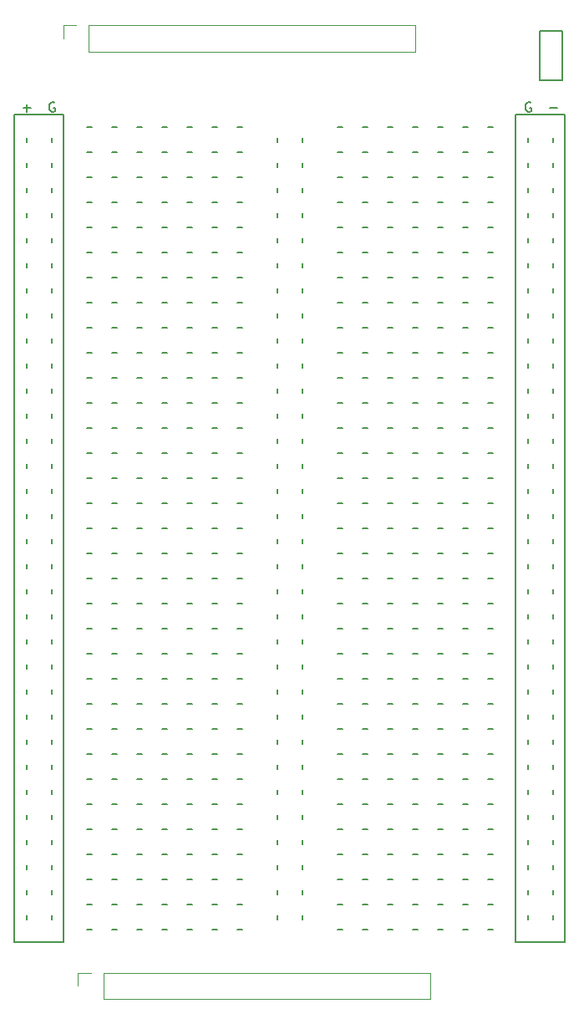
<source format=gbr>
%TF.GenerationSoftware,KiCad,Pcbnew,(6.0.8-1)-1*%
%TF.CreationDate,2023-02-02T10:16:17-05:00*%
%TF.ProjectId,protopcb,70726f74-6f70-4636-922e-6b696361645f,rev?*%
%TF.SameCoordinates,Original*%
%TF.FileFunction,Legend,Top*%
%TF.FilePolarity,Positive*%
%FSLAX46Y46*%
G04 Gerber Fmt 4.6, Leading zero omitted, Abs format (unit mm)*
G04 Created by KiCad (PCBNEW (6.0.8-1)-1) date 2023-02-02 10:16:17*
%MOMM*%
%LPD*%
G01*
G04 APERTURE LIST*
%ADD10C,0.150000*%
%ADD11C,0.120000*%
G04 APERTURE END LIST*
D10*
X94000000Y-32250000D02*
X96250000Y-32250000D01*
X96250000Y-32250000D02*
X96250000Y-37250000D01*
X96250000Y-37250000D02*
X94000000Y-37250000D01*
X94000000Y-37250000D02*
X94000000Y-32250000D01*
X44540000Y-121790000D02*
X44540000Y-122290000D01*
X42000000Y-121790000D02*
X42000000Y-122290000D01*
X44540000Y-119250000D02*
X44540000Y-119750000D01*
X42000000Y-119250000D02*
X42000000Y-119750000D01*
X44540000Y-116710000D02*
X44540000Y-117210000D01*
X42000000Y-116710000D02*
X42000000Y-117210000D01*
X44540000Y-114170000D02*
X44540000Y-114670000D01*
X42000000Y-114170000D02*
X42000000Y-114670000D01*
X44540000Y-111630000D02*
X44540000Y-112130000D01*
X42000000Y-111630000D02*
X42000000Y-112130000D01*
X44540000Y-109090000D02*
X44540000Y-109590000D01*
X42000000Y-109090000D02*
X42000000Y-109590000D01*
X44540000Y-106550000D02*
X44540000Y-107050000D01*
X42000000Y-106550000D02*
X42000000Y-107050000D01*
X44540000Y-104010000D02*
X44540000Y-104510000D01*
X42000000Y-104010000D02*
X42000000Y-104510000D01*
X44540000Y-101470000D02*
X44540000Y-101970000D01*
X42000000Y-101470000D02*
X42000000Y-101970000D01*
X44540000Y-98930000D02*
X44540000Y-99430000D01*
X42000000Y-98930000D02*
X42000000Y-99430000D01*
X44540000Y-96390000D02*
X44540000Y-96890000D01*
X42000000Y-96390000D02*
X42000000Y-96890000D01*
X44540000Y-93850000D02*
X44540000Y-94350000D01*
X42000000Y-93850000D02*
X42000000Y-94350000D01*
X44540000Y-91310000D02*
X44540000Y-91810000D01*
X42000000Y-91310000D02*
X42000000Y-91810000D01*
X44540000Y-88770000D02*
X44540000Y-89270000D01*
X42000000Y-88770000D02*
X42000000Y-89270000D01*
X44540000Y-86230000D02*
X44540000Y-86730000D01*
X42000000Y-86230000D02*
X42000000Y-86730000D01*
X44540000Y-83690000D02*
X44540000Y-84190000D01*
X42000000Y-83690000D02*
X42000000Y-84190000D01*
X44540000Y-81150000D02*
X44540000Y-81650000D01*
X42000000Y-81150000D02*
X42000000Y-81650000D01*
X44540000Y-78610000D02*
X44540000Y-79110000D01*
X42000000Y-78610000D02*
X42000000Y-79110000D01*
X44540000Y-76070000D02*
X44540000Y-76570000D01*
X42000000Y-76070000D02*
X42000000Y-76570000D01*
X44540000Y-73530000D02*
X44540000Y-74030000D01*
X42000000Y-73530000D02*
X42000000Y-74030000D01*
X44540000Y-70990000D02*
X44540000Y-71490000D01*
X42000000Y-70990000D02*
X42000000Y-71490000D01*
X44540000Y-68450000D02*
X44540000Y-68950000D01*
X42000000Y-68450000D02*
X42000000Y-68950000D01*
X44540000Y-65910000D02*
X44540000Y-66410000D01*
X42000000Y-65910000D02*
X42000000Y-66410000D01*
X44540000Y-63370000D02*
X44540000Y-63870000D01*
X42000000Y-63370000D02*
X42000000Y-63870000D01*
X44540000Y-60830000D02*
X44540000Y-61330000D01*
X42000000Y-60830000D02*
X42000000Y-61330000D01*
X44540000Y-58290000D02*
X44540000Y-58790000D01*
X42000000Y-58290000D02*
X42000000Y-58790000D01*
X44540000Y-55750000D02*
X44540000Y-56250000D01*
X42000000Y-55750000D02*
X42000000Y-56250000D01*
X44540000Y-53210000D02*
X44540000Y-53710000D01*
X42000000Y-53210000D02*
X42000000Y-53710000D01*
X44540000Y-50670000D02*
X44540000Y-51170000D01*
X42000000Y-50670000D02*
X42000000Y-51170000D01*
X44540000Y-48130000D02*
X44540000Y-48630000D01*
X42000000Y-48130000D02*
X42000000Y-48630000D01*
X44540000Y-45590000D02*
X44540000Y-46090000D01*
X42000000Y-45590000D02*
X42000000Y-46090000D01*
X44540000Y-43050000D02*
X44540000Y-43550000D01*
X42000000Y-43050000D02*
X42000000Y-43550000D01*
X95290000Y-121790000D02*
X95290000Y-122290000D01*
X92750000Y-121790000D02*
X92750000Y-122290000D01*
X95290000Y-119250000D02*
X95290000Y-119750000D01*
X92750000Y-119250000D02*
X92750000Y-119750000D01*
X95290000Y-116710000D02*
X95290000Y-117210000D01*
X92750000Y-116710000D02*
X92750000Y-117210000D01*
X95290000Y-114170000D02*
X95290000Y-114670000D01*
X92750000Y-114170000D02*
X92750000Y-114670000D01*
X95290000Y-111630000D02*
X95290000Y-112130000D01*
X92750000Y-111630000D02*
X92750000Y-112130000D01*
X95290000Y-109090000D02*
X95290000Y-109590000D01*
X92750000Y-109090000D02*
X92750000Y-109590000D01*
X95290000Y-106550000D02*
X95290000Y-107050000D01*
X92750000Y-106550000D02*
X92750000Y-107050000D01*
X95290000Y-104010000D02*
X95290000Y-104510000D01*
X92750000Y-104010000D02*
X92750000Y-104510000D01*
X95290000Y-101470000D02*
X95290000Y-101970000D01*
X92750000Y-101470000D02*
X92750000Y-101970000D01*
X95290000Y-98930000D02*
X95290000Y-99430000D01*
X92750000Y-98930000D02*
X92750000Y-99430000D01*
X95290000Y-96390000D02*
X95290000Y-96890000D01*
X92750000Y-96390000D02*
X92750000Y-96890000D01*
X95290000Y-93850000D02*
X95290000Y-94350000D01*
X92750000Y-93850000D02*
X92750000Y-94350000D01*
X95290000Y-91310000D02*
X95290000Y-91810000D01*
X92750000Y-91310000D02*
X92750000Y-91810000D01*
X95290000Y-88770000D02*
X95290000Y-89270000D01*
X92750000Y-88770000D02*
X92750000Y-89270000D01*
X95290000Y-86230000D02*
X95290000Y-86730000D01*
X92750000Y-86230000D02*
X92750000Y-86730000D01*
X95290000Y-83690000D02*
X95290000Y-84190000D01*
X92750000Y-83690000D02*
X92750000Y-84190000D01*
X95290000Y-81150000D02*
X95290000Y-81650000D01*
X92750000Y-81150000D02*
X92750000Y-81650000D01*
X95290000Y-78610000D02*
X95290000Y-79110000D01*
X92750000Y-78610000D02*
X92750000Y-79110000D01*
X95290000Y-76070000D02*
X95290000Y-76570000D01*
X92750000Y-76070000D02*
X92750000Y-76570000D01*
X95290000Y-73530000D02*
X95290000Y-74030000D01*
X92750000Y-73530000D02*
X92750000Y-74030000D01*
X95290000Y-70990000D02*
X95290000Y-71490000D01*
X92750000Y-70990000D02*
X92750000Y-71490000D01*
X95290000Y-68450000D02*
X95290000Y-68950000D01*
X92750000Y-68450000D02*
X92750000Y-68950000D01*
X95290000Y-65910000D02*
X95290000Y-66410000D01*
X92750000Y-65910000D02*
X92750000Y-66410000D01*
X95290000Y-63370000D02*
X95290000Y-63870000D01*
X92750000Y-63370000D02*
X92750000Y-63870000D01*
X95290000Y-60830000D02*
X95290000Y-61330000D01*
X92750000Y-60830000D02*
X92750000Y-61330000D01*
X95290000Y-58290000D02*
X95290000Y-58790000D01*
X92750000Y-58290000D02*
X92750000Y-58790000D01*
X95290000Y-55750000D02*
X95290000Y-56250000D01*
X92750000Y-55750000D02*
X92750000Y-56250000D01*
X95290000Y-53210000D02*
X95290000Y-53710000D01*
X92750000Y-53210000D02*
X92750000Y-53710000D01*
X95290000Y-50670000D02*
X95290000Y-51170000D01*
X92750000Y-50670000D02*
X92750000Y-51170000D01*
X95290000Y-48130000D02*
X95290000Y-48630000D01*
X92750000Y-48130000D02*
X92750000Y-48630000D01*
X95290000Y-45590000D02*
X95290000Y-46090000D01*
X92750000Y-45590000D02*
X92750000Y-46090000D01*
X95290000Y-43050000D02*
X95290000Y-43550000D01*
X92750000Y-43050000D02*
X92750000Y-43550000D01*
X69940000Y-121790000D02*
X69940000Y-122290000D01*
X67400000Y-121790000D02*
X67400000Y-122290000D01*
X69940000Y-119250000D02*
X69940000Y-119750000D01*
X67400000Y-119250000D02*
X67400000Y-119750000D01*
X69940000Y-116710000D02*
X69940000Y-117210000D01*
X67400000Y-116710000D02*
X67400000Y-117210000D01*
X69940000Y-114170000D02*
X69940000Y-114670000D01*
X67400000Y-114170000D02*
X67400000Y-114670000D01*
X69940000Y-111630000D02*
X69940000Y-112130000D01*
X67400000Y-111630000D02*
X67400000Y-112130000D01*
X69940000Y-109090000D02*
X69940000Y-109590000D01*
X67400000Y-109090000D02*
X67400000Y-109590000D01*
X69940000Y-106550000D02*
X69940000Y-107050000D01*
X67400000Y-106550000D02*
X67400000Y-107050000D01*
X69940000Y-104010000D02*
X69940000Y-104510000D01*
X67400000Y-104010000D02*
X67400000Y-104510000D01*
X69940000Y-101470000D02*
X69940000Y-101970000D01*
X67400000Y-101470000D02*
X67400000Y-101970000D01*
X69940000Y-98930000D02*
X69940000Y-99430000D01*
X67400000Y-98930000D02*
X67400000Y-99430000D01*
X69940000Y-96390000D02*
X69940000Y-96890000D01*
X67400000Y-96390000D02*
X67400000Y-96890000D01*
X69940000Y-93850000D02*
X69940000Y-94350000D01*
X67400000Y-93850000D02*
X67400000Y-94350000D01*
X69940000Y-91310000D02*
X69940000Y-91810000D01*
X67400000Y-91310000D02*
X67400000Y-91810000D01*
X69940000Y-88770000D02*
X69940000Y-89270000D01*
X67400000Y-88770000D02*
X67400000Y-89270000D01*
X69940000Y-86230000D02*
X69940000Y-86730000D01*
X67400000Y-86230000D02*
X67400000Y-86730000D01*
X69940000Y-83690000D02*
X69940000Y-84190000D01*
X67400000Y-83690000D02*
X67400000Y-84190000D01*
X69940000Y-81150000D02*
X69940000Y-81650000D01*
X67400000Y-81150000D02*
X67400000Y-81650000D01*
X69940000Y-78610000D02*
X69940000Y-79110000D01*
X67400000Y-78610000D02*
X67400000Y-79110000D01*
X69940000Y-76070000D02*
X69940000Y-76570000D01*
X67400000Y-76070000D02*
X67400000Y-76570000D01*
X69940000Y-73530000D02*
X69940000Y-74030000D01*
X67400000Y-73530000D02*
X67400000Y-74030000D01*
X69940000Y-70990000D02*
X69940000Y-71490000D01*
X67400000Y-70990000D02*
X67400000Y-71490000D01*
X69940000Y-68450000D02*
X69940000Y-68950000D01*
X67400000Y-68450000D02*
X67400000Y-68950000D01*
X69940000Y-65910000D02*
X69940000Y-66410000D01*
X67400000Y-65910000D02*
X67400000Y-66410000D01*
X69940000Y-63370000D02*
X69940000Y-63870000D01*
X67400000Y-63370000D02*
X67400000Y-63870000D01*
X69940000Y-60830000D02*
X69940000Y-61330000D01*
X67400000Y-60830000D02*
X67400000Y-61330000D01*
X69940000Y-58290000D02*
X69940000Y-58790000D01*
X67400000Y-58290000D02*
X67400000Y-58790000D01*
X69940000Y-55750000D02*
X69940000Y-56250000D01*
X67400000Y-55750000D02*
X67400000Y-56250000D01*
X69940000Y-53210000D02*
X69940000Y-53710000D01*
X67400000Y-53210000D02*
X67400000Y-53710000D01*
X69940000Y-50670000D02*
X69940000Y-51170000D01*
X67400000Y-50670000D02*
X67400000Y-51170000D01*
X69940000Y-48130000D02*
X69940000Y-48630000D01*
X67400000Y-48130000D02*
X67400000Y-48630000D01*
X69940000Y-45590000D02*
X69940000Y-46090000D01*
X67400000Y-45590000D02*
X67400000Y-46090000D01*
X69940000Y-43050000D02*
X69940000Y-43550000D01*
X67400000Y-43050000D02*
X67400000Y-43550000D01*
X88740000Y-123280000D02*
X89240000Y-123280000D01*
X86200000Y-123280000D02*
X86700000Y-123280000D01*
X83660000Y-123280000D02*
X84160000Y-123280000D01*
X81120000Y-123280000D02*
X81620000Y-123280000D01*
X78580000Y-123280000D02*
X79080000Y-123280000D01*
X76040000Y-123280000D02*
X76540000Y-123280000D01*
X73500000Y-123280000D02*
X74000000Y-123280000D01*
X88740000Y-120740000D02*
X89240000Y-120740000D01*
X86200000Y-120740000D02*
X86700000Y-120740000D01*
X83660000Y-120740000D02*
X84160000Y-120740000D01*
X81120000Y-120740000D02*
X81620000Y-120740000D01*
X78580000Y-120740000D02*
X79080000Y-120740000D01*
X76040000Y-120740000D02*
X76540000Y-120740000D01*
X73500000Y-120740000D02*
X74000000Y-120740000D01*
X88740000Y-118200000D02*
X89240000Y-118200000D01*
X86200000Y-118200000D02*
X86700000Y-118200000D01*
X83660000Y-118200000D02*
X84160000Y-118200000D01*
X81120000Y-118200000D02*
X81620000Y-118200000D01*
X78580000Y-118200000D02*
X79080000Y-118200000D01*
X76040000Y-118200000D02*
X76540000Y-118200000D01*
X73500000Y-118200000D02*
X74000000Y-118200000D01*
X88740000Y-115660000D02*
X89240000Y-115660000D01*
X86200000Y-115660000D02*
X86700000Y-115660000D01*
X83660000Y-115660000D02*
X84160000Y-115660000D01*
X81120000Y-115660000D02*
X81620000Y-115660000D01*
X78580000Y-115660000D02*
X79080000Y-115660000D01*
X76040000Y-115660000D02*
X76540000Y-115660000D01*
X73500000Y-115660000D02*
X74000000Y-115660000D01*
X88740000Y-113120000D02*
X89240000Y-113120000D01*
X86200000Y-113120000D02*
X86700000Y-113120000D01*
X83660000Y-113120000D02*
X84160000Y-113120000D01*
X81120000Y-113120000D02*
X81620000Y-113120000D01*
X78580000Y-113120000D02*
X79080000Y-113120000D01*
X76040000Y-113120000D02*
X76540000Y-113120000D01*
X73500000Y-113120000D02*
X74000000Y-113120000D01*
X88740000Y-110580000D02*
X89240000Y-110580000D01*
X86200000Y-110580000D02*
X86700000Y-110580000D01*
X83660000Y-110580000D02*
X84160000Y-110580000D01*
X81120000Y-110580000D02*
X81620000Y-110580000D01*
X78580000Y-110580000D02*
X79080000Y-110580000D01*
X76040000Y-110580000D02*
X76540000Y-110580000D01*
X73500000Y-110580000D02*
X74000000Y-110580000D01*
X88740000Y-108040000D02*
X89240000Y-108040000D01*
X86200000Y-108040000D02*
X86700000Y-108040000D01*
X83660000Y-108040000D02*
X84160000Y-108040000D01*
X81120000Y-108040000D02*
X81620000Y-108040000D01*
X78580000Y-108040000D02*
X79080000Y-108040000D01*
X76040000Y-108040000D02*
X76540000Y-108040000D01*
X73500000Y-108040000D02*
X74000000Y-108040000D01*
X88740000Y-105500000D02*
X89240000Y-105500000D01*
X86200000Y-105500000D02*
X86700000Y-105500000D01*
X83660000Y-105500000D02*
X84160000Y-105500000D01*
X81120000Y-105500000D02*
X81620000Y-105500000D01*
X78580000Y-105500000D02*
X79080000Y-105500000D01*
X76040000Y-105500000D02*
X76540000Y-105500000D01*
X73500000Y-105500000D02*
X74000000Y-105500000D01*
X88740000Y-102960000D02*
X89240000Y-102960000D01*
X86200000Y-102960000D02*
X86700000Y-102960000D01*
X83660000Y-102960000D02*
X84160000Y-102960000D01*
X81120000Y-102960000D02*
X81620000Y-102960000D01*
X78580000Y-102960000D02*
X79080000Y-102960000D01*
X76040000Y-102960000D02*
X76540000Y-102960000D01*
X73500000Y-102960000D02*
X74000000Y-102960000D01*
X88740000Y-100420000D02*
X89240000Y-100420000D01*
X86200000Y-100420000D02*
X86700000Y-100420000D01*
X83660000Y-100420000D02*
X84160000Y-100420000D01*
X81120000Y-100420000D02*
X81620000Y-100420000D01*
X78580000Y-100420000D02*
X79080000Y-100420000D01*
X76040000Y-100420000D02*
X76540000Y-100420000D01*
X73500000Y-100420000D02*
X74000000Y-100420000D01*
X88740000Y-97880000D02*
X89240000Y-97880000D01*
X86200000Y-97880000D02*
X86700000Y-97880000D01*
X83660000Y-97880000D02*
X84160000Y-97880000D01*
X81120000Y-97880000D02*
X81620000Y-97880000D01*
X78580000Y-97880000D02*
X79080000Y-97880000D01*
X76040000Y-97880000D02*
X76540000Y-97880000D01*
X73500000Y-97880000D02*
X74000000Y-97880000D01*
X88740000Y-95340000D02*
X89240000Y-95340000D01*
X86200000Y-95340000D02*
X86700000Y-95340000D01*
X83660000Y-95340000D02*
X84160000Y-95340000D01*
X81120000Y-95340000D02*
X81620000Y-95340000D01*
X78580000Y-95340000D02*
X79080000Y-95340000D01*
X76040000Y-95340000D02*
X76540000Y-95340000D01*
X73500000Y-95340000D02*
X74000000Y-95340000D01*
X88740000Y-92800000D02*
X89240000Y-92800000D01*
X86200000Y-92800000D02*
X86700000Y-92800000D01*
X83660000Y-92800000D02*
X84160000Y-92800000D01*
X81120000Y-92800000D02*
X81620000Y-92800000D01*
X78580000Y-92800000D02*
X79080000Y-92800000D01*
X76040000Y-92800000D02*
X76540000Y-92800000D01*
X73500000Y-92800000D02*
X74000000Y-92800000D01*
X88740000Y-90260000D02*
X89240000Y-90260000D01*
X86200000Y-90260000D02*
X86700000Y-90260000D01*
X83660000Y-90260000D02*
X84160000Y-90260000D01*
X81120000Y-90260000D02*
X81620000Y-90260000D01*
X78580000Y-90260000D02*
X79080000Y-90260000D01*
X76040000Y-90260000D02*
X76540000Y-90260000D01*
X73500000Y-90260000D02*
X74000000Y-90260000D01*
X88740000Y-87720000D02*
X89240000Y-87720000D01*
X86200000Y-87720000D02*
X86700000Y-87720000D01*
X83660000Y-87720000D02*
X84160000Y-87720000D01*
X81120000Y-87720000D02*
X81620000Y-87720000D01*
X78580000Y-87720000D02*
X79080000Y-87720000D01*
X76040000Y-87720000D02*
X76540000Y-87720000D01*
X73500000Y-87720000D02*
X74000000Y-87720000D01*
X88740000Y-85180000D02*
X89240000Y-85180000D01*
X86200000Y-85180000D02*
X86700000Y-85180000D01*
X83660000Y-85180000D02*
X84160000Y-85180000D01*
X81120000Y-85180000D02*
X81620000Y-85180000D01*
X78580000Y-85180000D02*
X79080000Y-85180000D01*
X76040000Y-85180000D02*
X76540000Y-85180000D01*
X73500000Y-85180000D02*
X74000000Y-85180000D01*
X88740000Y-82640000D02*
X89240000Y-82640000D01*
X86200000Y-82640000D02*
X86700000Y-82640000D01*
X83660000Y-82640000D02*
X84160000Y-82640000D01*
X81120000Y-82640000D02*
X81620000Y-82640000D01*
X78580000Y-82640000D02*
X79080000Y-82640000D01*
X76040000Y-82640000D02*
X76540000Y-82640000D01*
X73500000Y-82640000D02*
X74000000Y-82640000D01*
X88740000Y-80100000D02*
X89240000Y-80100000D01*
X86200000Y-80100000D02*
X86700000Y-80100000D01*
X83660000Y-80100000D02*
X84160000Y-80100000D01*
X81120000Y-80100000D02*
X81620000Y-80100000D01*
X78580000Y-80100000D02*
X79080000Y-80100000D01*
X76040000Y-80100000D02*
X76540000Y-80100000D01*
X73500000Y-80100000D02*
X74000000Y-80100000D01*
X88740000Y-77560000D02*
X89240000Y-77560000D01*
X86200000Y-77560000D02*
X86700000Y-77560000D01*
X83660000Y-77560000D02*
X84160000Y-77560000D01*
X81120000Y-77560000D02*
X81620000Y-77560000D01*
X78580000Y-77560000D02*
X79080000Y-77560000D01*
X76040000Y-77560000D02*
X76540000Y-77560000D01*
X73500000Y-77560000D02*
X74000000Y-77560000D01*
X88740000Y-75020000D02*
X89240000Y-75020000D01*
X86200000Y-75020000D02*
X86700000Y-75020000D01*
X83660000Y-75020000D02*
X84160000Y-75020000D01*
X81120000Y-75020000D02*
X81620000Y-75020000D01*
X78580000Y-75020000D02*
X79080000Y-75020000D01*
X76040000Y-75020000D02*
X76540000Y-75020000D01*
X73500000Y-75020000D02*
X74000000Y-75020000D01*
X88740000Y-72480000D02*
X89240000Y-72480000D01*
X86200000Y-72480000D02*
X86700000Y-72480000D01*
X83660000Y-72480000D02*
X84160000Y-72480000D01*
X81120000Y-72480000D02*
X81620000Y-72480000D01*
X78580000Y-72480000D02*
X79080000Y-72480000D01*
X76040000Y-72480000D02*
X76540000Y-72480000D01*
X73500000Y-72480000D02*
X74000000Y-72480000D01*
X88740000Y-69940000D02*
X89240000Y-69940000D01*
X86200000Y-69940000D02*
X86700000Y-69940000D01*
X83660000Y-69940000D02*
X84160000Y-69940000D01*
X81120000Y-69940000D02*
X81620000Y-69940000D01*
X78580000Y-69940000D02*
X79080000Y-69940000D01*
X76040000Y-69940000D02*
X76540000Y-69940000D01*
X73500000Y-69940000D02*
X74000000Y-69940000D01*
X88740000Y-67400000D02*
X89240000Y-67400000D01*
X86200000Y-67400000D02*
X86700000Y-67400000D01*
X83660000Y-67400000D02*
X84160000Y-67400000D01*
X81120000Y-67400000D02*
X81620000Y-67400000D01*
X78580000Y-67400000D02*
X79080000Y-67400000D01*
X76040000Y-67400000D02*
X76540000Y-67400000D01*
X73500000Y-67400000D02*
X74000000Y-67400000D01*
X88740000Y-64860000D02*
X89240000Y-64860000D01*
X86200000Y-64860000D02*
X86700000Y-64860000D01*
X83660000Y-64860000D02*
X84160000Y-64860000D01*
X81120000Y-64860000D02*
X81620000Y-64860000D01*
X78580000Y-64860000D02*
X79080000Y-64860000D01*
X76040000Y-64860000D02*
X76540000Y-64860000D01*
X73500000Y-64860000D02*
X74000000Y-64860000D01*
X88740000Y-62320000D02*
X89240000Y-62320000D01*
X86200000Y-62320000D02*
X86700000Y-62320000D01*
X83660000Y-62320000D02*
X84160000Y-62320000D01*
X81120000Y-62320000D02*
X81620000Y-62320000D01*
X78580000Y-62320000D02*
X79080000Y-62320000D01*
X76040000Y-62320000D02*
X76540000Y-62320000D01*
X73500000Y-62320000D02*
X74000000Y-62320000D01*
X88740000Y-59780000D02*
X89240000Y-59780000D01*
X86200000Y-59780000D02*
X86700000Y-59780000D01*
X83660000Y-59780000D02*
X84160000Y-59780000D01*
X81120000Y-59780000D02*
X81620000Y-59780000D01*
X78580000Y-59780000D02*
X79080000Y-59780000D01*
X76040000Y-59780000D02*
X76540000Y-59780000D01*
X73500000Y-59780000D02*
X74000000Y-59780000D01*
X88740000Y-57240000D02*
X89240000Y-57240000D01*
X86200000Y-57240000D02*
X86700000Y-57240000D01*
X83660000Y-57240000D02*
X84160000Y-57240000D01*
X81120000Y-57240000D02*
X81620000Y-57240000D01*
X78580000Y-57240000D02*
X79080000Y-57240000D01*
X76040000Y-57240000D02*
X76540000Y-57240000D01*
X73500000Y-57240000D02*
X74000000Y-57240000D01*
X88740000Y-54700000D02*
X89240000Y-54700000D01*
X86200000Y-54700000D02*
X86700000Y-54700000D01*
X83660000Y-54700000D02*
X84160000Y-54700000D01*
X81120000Y-54700000D02*
X81620000Y-54700000D01*
X78580000Y-54700000D02*
X79080000Y-54700000D01*
X76040000Y-54700000D02*
X76540000Y-54700000D01*
X73500000Y-54700000D02*
X74000000Y-54700000D01*
X88740000Y-52160000D02*
X89240000Y-52160000D01*
X86200000Y-52160000D02*
X86700000Y-52160000D01*
X83660000Y-52160000D02*
X84160000Y-52160000D01*
X81120000Y-52160000D02*
X81620000Y-52160000D01*
X78580000Y-52160000D02*
X79080000Y-52160000D01*
X76040000Y-52160000D02*
X76540000Y-52160000D01*
X73500000Y-52160000D02*
X74000000Y-52160000D01*
X88740000Y-49620000D02*
X89240000Y-49620000D01*
X86200000Y-49620000D02*
X86700000Y-49620000D01*
X83660000Y-49620000D02*
X84160000Y-49620000D01*
X81120000Y-49620000D02*
X81620000Y-49620000D01*
X78580000Y-49620000D02*
X79080000Y-49620000D01*
X76040000Y-49620000D02*
X76540000Y-49620000D01*
X73500000Y-49620000D02*
X74000000Y-49620000D01*
X88740000Y-47080000D02*
X89240000Y-47080000D01*
X86200000Y-47080000D02*
X86700000Y-47080000D01*
X83660000Y-47080000D02*
X84160000Y-47080000D01*
X81120000Y-47080000D02*
X81620000Y-47080000D01*
X78580000Y-47080000D02*
X79080000Y-47080000D01*
X76040000Y-47080000D02*
X76540000Y-47080000D01*
X73500000Y-47080000D02*
X74000000Y-47080000D01*
X88740000Y-44540000D02*
X89240000Y-44540000D01*
X86200000Y-44540000D02*
X86700000Y-44540000D01*
X83660000Y-44540000D02*
X84160000Y-44540000D01*
X81120000Y-44540000D02*
X81620000Y-44540000D01*
X78580000Y-44540000D02*
X79080000Y-44540000D01*
X76040000Y-44540000D02*
X76540000Y-44540000D01*
X73500000Y-44540000D02*
X74000000Y-44540000D01*
X88740000Y-42000000D02*
X89240000Y-42000000D01*
X86200000Y-42000000D02*
X86700000Y-42000000D01*
X83660000Y-42000000D02*
X84160000Y-42000000D01*
X81120000Y-42000000D02*
X81620000Y-42000000D01*
X78580000Y-42000000D02*
X79080000Y-42000000D01*
X76040000Y-42000000D02*
X76540000Y-42000000D01*
X73500000Y-42000000D02*
X74000000Y-42000000D01*
X63340000Y-123280000D02*
X63840000Y-123280000D01*
X60800000Y-123280000D02*
X61300000Y-123280000D01*
X58260000Y-123280000D02*
X58760000Y-123280000D01*
X55720000Y-123280000D02*
X56220000Y-123280000D01*
X53180000Y-123280000D02*
X53680000Y-123280000D01*
X50640000Y-123280000D02*
X51140000Y-123280000D01*
X48100000Y-123280000D02*
X48600000Y-123280000D01*
X63340000Y-120740000D02*
X63840000Y-120740000D01*
X60800000Y-120740000D02*
X61300000Y-120740000D01*
X58260000Y-120740000D02*
X58760000Y-120740000D01*
X55720000Y-120740000D02*
X56220000Y-120740000D01*
X53180000Y-120740000D02*
X53680000Y-120740000D01*
X50640000Y-120740000D02*
X51140000Y-120740000D01*
X48100000Y-120740000D02*
X48600000Y-120740000D01*
X63340000Y-118200000D02*
X63840000Y-118200000D01*
X60800000Y-118200000D02*
X61300000Y-118200000D01*
X58260000Y-118200000D02*
X58760000Y-118200000D01*
X55720000Y-118200000D02*
X56220000Y-118200000D01*
X53180000Y-118200000D02*
X53680000Y-118200000D01*
X50640000Y-118200000D02*
X51140000Y-118200000D01*
X48100000Y-118200000D02*
X48600000Y-118200000D01*
X63340000Y-115660000D02*
X63840000Y-115660000D01*
X60800000Y-115660000D02*
X61300000Y-115660000D01*
X58260000Y-115660000D02*
X58760000Y-115660000D01*
X55720000Y-115660000D02*
X56220000Y-115660000D01*
X53180000Y-115660000D02*
X53680000Y-115660000D01*
X50640000Y-115660000D02*
X51140000Y-115660000D01*
X48100000Y-115660000D02*
X48600000Y-115660000D01*
X63340000Y-113120000D02*
X63840000Y-113120000D01*
X60800000Y-113120000D02*
X61300000Y-113120000D01*
X58260000Y-113120000D02*
X58760000Y-113120000D01*
X55720000Y-113120000D02*
X56220000Y-113120000D01*
X53180000Y-113120000D02*
X53680000Y-113120000D01*
X50640000Y-113120000D02*
X51140000Y-113120000D01*
X48100000Y-113120000D02*
X48600000Y-113120000D01*
X63340000Y-110580000D02*
X63840000Y-110580000D01*
X60800000Y-110580000D02*
X61300000Y-110580000D01*
X58260000Y-110580000D02*
X58760000Y-110580000D01*
X55720000Y-110580000D02*
X56220000Y-110580000D01*
X53180000Y-110580000D02*
X53680000Y-110580000D01*
X50640000Y-110580000D02*
X51140000Y-110580000D01*
X48100000Y-110580000D02*
X48600000Y-110580000D01*
X63340000Y-108040000D02*
X63840000Y-108040000D01*
X60800000Y-108040000D02*
X61300000Y-108040000D01*
X58260000Y-108040000D02*
X58760000Y-108040000D01*
X55720000Y-108040000D02*
X56220000Y-108040000D01*
X53180000Y-108040000D02*
X53680000Y-108040000D01*
X50640000Y-108040000D02*
X51140000Y-108040000D01*
X48100000Y-108040000D02*
X48600000Y-108040000D01*
X63340000Y-105500000D02*
X63840000Y-105500000D01*
X60800000Y-105500000D02*
X61300000Y-105500000D01*
X58260000Y-105500000D02*
X58760000Y-105500000D01*
X55720000Y-105500000D02*
X56220000Y-105500000D01*
X53180000Y-105500000D02*
X53680000Y-105500000D01*
X50640000Y-105500000D02*
X51140000Y-105500000D01*
X48100000Y-105500000D02*
X48600000Y-105500000D01*
X63340000Y-102960000D02*
X63840000Y-102960000D01*
X60800000Y-102960000D02*
X61300000Y-102960000D01*
X58260000Y-102960000D02*
X58760000Y-102960000D01*
X55720000Y-102960000D02*
X56220000Y-102960000D01*
X53180000Y-102960000D02*
X53680000Y-102960000D01*
X50640000Y-102960000D02*
X51140000Y-102960000D01*
X48100000Y-102960000D02*
X48600000Y-102960000D01*
X63340000Y-100420000D02*
X63840000Y-100420000D01*
X60800000Y-100420000D02*
X61300000Y-100420000D01*
X58260000Y-100420000D02*
X58760000Y-100420000D01*
X55720000Y-100420000D02*
X56220000Y-100420000D01*
X53180000Y-100420000D02*
X53680000Y-100420000D01*
X50640000Y-100420000D02*
X51140000Y-100420000D01*
X48100000Y-100420000D02*
X48600000Y-100420000D01*
X63340000Y-97880000D02*
X63840000Y-97880000D01*
X60800000Y-97880000D02*
X61300000Y-97880000D01*
X58260000Y-97880000D02*
X58760000Y-97880000D01*
X55720000Y-97880000D02*
X56220000Y-97880000D01*
X53180000Y-97880000D02*
X53680000Y-97880000D01*
X50640000Y-97880000D02*
X51140000Y-97880000D01*
X48100000Y-97880000D02*
X48600000Y-97880000D01*
X63340000Y-95340000D02*
X63840000Y-95340000D01*
X60800000Y-95340000D02*
X61300000Y-95340000D01*
X58260000Y-95340000D02*
X58760000Y-95340000D01*
X55720000Y-95340000D02*
X56220000Y-95340000D01*
X53180000Y-95340000D02*
X53680000Y-95340000D01*
X50640000Y-95340000D02*
X51140000Y-95340000D01*
X48100000Y-95340000D02*
X48600000Y-95340000D01*
X63340000Y-92800000D02*
X63840000Y-92800000D01*
X60800000Y-92800000D02*
X61300000Y-92800000D01*
X58260000Y-92800000D02*
X58760000Y-92800000D01*
X55720000Y-92800000D02*
X56220000Y-92800000D01*
X53180000Y-92800000D02*
X53680000Y-92800000D01*
X50640000Y-92800000D02*
X51140000Y-92800000D01*
X48100000Y-92800000D02*
X48600000Y-92800000D01*
X63340000Y-90260000D02*
X63840000Y-90260000D01*
X60800000Y-90260000D02*
X61300000Y-90260000D01*
X58260000Y-90260000D02*
X58760000Y-90260000D01*
X55720000Y-90260000D02*
X56220000Y-90260000D01*
X53180000Y-90260000D02*
X53680000Y-90260000D01*
X50640000Y-90260000D02*
X51140000Y-90260000D01*
X48100000Y-90260000D02*
X48600000Y-90260000D01*
X63340000Y-87720000D02*
X63840000Y-87720000D01*
X60800000Y-87720000D02*
X61300000Y-87720000D01*
X58260000Y-87720000D02*
X58760000Y-87720000D01*
X55720000Y-87720000D02*
X56220000Y-87720000D01*
X53180000Y-87720000D02*
X53680000Y-87720000D01*
X50640000Y-87720000D02*
X51140000Y-87720000D01*
X48100000Y-87720000D02*
X48600000Y-87720000D01*
X63340000Y-85180000D02*
X63840000Y-85180000D01*
X60800000Y-85180000D02*
X61300000Y-85180000D01*
X58260000Y-85180000D02*
X58760000Y-85180000D01*
X55720000Y-85180000D02*
X56220000Y-85180000D01*
X53180000Y-85180000D02*
X53680000Y-85180000D01*
X50640000Y-85180000D02*
X51140000Y-85180000D01*
X48100000Y-85180000D02*
X48600000Y-85180000D01*
X63340000Y-82640000D02*
X63840000Y-82640000D01*
X60800000Y-82640000D02*
X61300000Y-82640000D01*
X58260000Y-82640000D02*
X58760000Y-82640000D01*
X55720000Y-82640000D02*
X56220000Y-82640000D01*
X53180000Y-82640000D02*
X53680000Y-82640000D01*
X50640000Y-82640000D02*
X51140000Y-82640000D01*
X48100000Y-82640000D02*
X48600000Y-82640000D01*
X63340000Y-80100000D02*
X63840000Y-80100000D01*
X60800000Y-80100000D02*
X61300000Y-80100000D01*
X58260000Y-80100000D02*
X58760000Y-80100000D01*
X55720000Y-80100000D02*
X56220000Y-80100000D01*
X53180000Y-80100000D02*
X53680000Y-80100000D01*
X50640000Y-80100000D02*
X51140000Y-80100000D01*
X48100000Y-80100000D02*
X48600000Y-80100000D01*
X63340000Y-77560000D02*
X63840000Y-77560000D01*
X60800000Y-77560000D02*
X61300000Y-77560000D01*
X58260000Y-77560000D02*
X58760000Y-77560000D01*
X55720000Y-77560000D02*
X56220000Y-77560000D01*
X53180000Y-77560000D02*
X53680000Y-77560000D01*
X50640000Y-77560000D02*
X51140000Y-77560000D01*
X48100000Y-77560000D02*
X48600000Y-77560000D01*
X63340000Y-75020000D02*
X63840000Y-75020000D01*
X60800000Y-75020000D02*
X61300000Y-75020000D01*
X58260000Y-75020000D02*
X58760000Y-75020000D01*
X55720000Y-75020000D02*
X56220000Y-75020000D01*
X53180000Y-75020000D02*
X53680000Y-75020000D01*
X50640000Y-75020000D02*
X51140000Y-75020000D01*
X48100000Y-75020000D02*
X48600000Y-75020000D01*
X63340000Y-72480000D02*
X63840000Y-72480000D01*
X60800000Y-72480000D02*
X61300000Y-72480000D01*
X58260000Y-72480000D02*
X58760000Y-72480000D01*
X55720000Y-72480000D02*
X56220000Y-72480000D01*
X53180000Y-72480000D02*
X53680000Y-72480000D01*
X50640000Y-72480000D02*
X51140000Y-72480000D01*
X48100000Y-72480000D02*
X48600000Y-72480000D01*
X63340000Y-69940000D02*
X63840000Y-69940000D01*
X60800000Y-69940000D02*
X61300000Y-69940000D01*
X58260000Y-69940000D02*
X58760000Y-69940000D01*
X55720000Y-69940000D02*
X56220000Y-69940000D01*
X53180000Y-69940000D02*
X53680000Y-69940000D01*
X50640000Y-69940000D02*
X51140000Y-69940000D01*
X48100000Y-69940000D02*
X48600000Y-69940000D01*
X63340000Y-67400000D02*
X63840000Y-67400000D01*
X60800000Y-67400000D02*
X61300000Y-67400000D01*
X58260000Y-67400000D02*
X58760000Y-67400000D01*
X55720000Y-67400000D02*
X56220000Y-67400000D01*
X53180000Y-67400000D02*
X53680000Y-67400000D01*
X50640000Y-67400000D02*
X51140000Y-67400000D01*
X48100000Y-67400000D02*
X48600000Y-67400000D01*
X63340000Y-64860000D02*
X63840000Y-64860000D01*
X60800000Y-64860000D02*
X61300000Y-64860000D01*
X58260000Y-64860000D02*
X58760000Y-64860000D01*
X55720000Y-64860000D02*
X56220000Y-64860000D01*
X53180000Y-64860000D02*
X53680000Y-64860000D01*
X50640000Y-64860000D02*
X51140000Y-64860000D01*
X48100000Y-64860000D02*
X48600000Y-64860000D01*
X63340000Y-62320000D02*
X63840000Y-62320000D01*
X60800000Y-62320000D02*
X61300000Y-62320000D01*
X58260000Y-62320000D02*
X58760000Y-62320000D01*
X55720000Y-62320000D02*
X56220000Y-62320000D01*
X53180000Y-62320000D02*
X53680000Y-62320000D01*
X50640000Y-62320000D02*
X51140000Y-62320000D01*
X48100000Y-62320000D02*
X48600000Y-62320000D01*
X63340000Y-59780000D02*
X63840000Y-59780000D01*
X60800000Y-59780000D02*
X61300000Y-59780000D01*
X58260000Y-59780000D02*
X58760000Y-59780000D01*
X55720000Y-59780000D02*
X56220000Y-59780000D01*
X53180000Y-59780000D02*
X53680000Y-59780000D01*
X50640000Y-59780000D02*
X51140000Y-59780000D01*
X48100000Y-59780000D02*
X48600000Y-59780000D01*
X63340000Y-57240000D02*
X63840000Y-57240000D01*
X60800000Y-57240000D02*
X61300000Y-57240000D01*
X58260000Y-57240000D02*
X58760000Y-57240000D01*
X55720000Y-57240000D02*
X56220000Y-57240000D01*
X53180000Y-57240000D02*
X53680000Y-57240000D01*
X50640000Y-57240000D02*
X51140000Y-57240000D01*
X48100000Y-57240000D02*
X48600000Y-57240000D01*
X63340000Y-54700000D02*
X63840000Y-54700000D01*
X60800000Y-54700000D02*
X61300000Y-54700000D01*
X58260000Y-54700000D02*
X58760000Y-54700000D01*
X55720000Y-54700000D02*
X56220000Y-54700000D01*
X53180000Y-54700000D02*
X53680000Y-54700000D01*
X50640000Y-54700000D02*
X51140000Y-54700000D01*
X48100000Y-54700000D02*
X48600000Y-54700000D01*
X63340000Y-52160000D02*
X63840000Y-52160000D01*
X60800000Y-52160000D02*
X61300000Y-52160000D01*
X58260000Y-52160000D02*
X58760000Y-52160000D01*
X55720000Y-52160000D02*
X56220000Y-52160000D01*
X53180000Y-52160000D02*
X53680000Y-52160000D01*
X50640000Y-52160000D02*
X51140000Y-52160000D01*
X48100000Y-52160000D02*
X48600000Y-52160000D01*
X63340000Y-49620000D02*
X63840000Y-49620000D01*
X60800000Y-49620000D02*
X61300000Y-49620000D01*
X58260000Y-49620000D02*
X58760000Y-49620000D01*
X55720000Y-49620000D02*
X56220000Y-49620000D01*
X53180000Y-49620000D02*
X53680000Y-49620000D01*
X50640000Y-49620000D02*
X51140000Y-49620000D01*
X48100000Y-49620000D02*
X48600000Y-49620000D01*
X63340000Y-47080000D02*
X63840000Y-47080000D01*
X60800000Y-47080000D02*
X61300000Y-47080000D01*
X58260000Y-47080000D02*
X58760000Y-47080000D01*
X55720000Y-47080000D02*
X56220000Y-47080000D01*
X53180000Y-47080000D02*
X53680000Y-47080000D01*
X50640000Y-47080000D02*
X51140000Y-47080000D01*
X48100000Y-47080000D02*
X48600000Y-47080000D01*
X63340000Y-44540000D02*
X63840000Y-44540000D01*
X60800000Y-44540000D02*
X61300000Y-44540000D01*
X58260000Y-44540000D02*
X58760000Y-44540000D01*
X55720000Y-44540000D02*
X56220000Y-44540000D01*
X53180000Y-44540000D02*
X53680000Y-44540000D01*
X50640000Y-44540000D02*
X51140000Y-44540000D01*
X48100000Y-44540000D02*
X48600000Y-44540000D01*
X63340000Y-42000000D02*
X63840000Y-42000000D01*
X60800000Y-42000000D02*
X61300000Y-42000000D01*
X58260000Y-42000000D02*
X58760000Y-42000000D01*
X55720000Y-42000000D02*
X56220000Y-42000000D01*
X53180000Y-42000000D02*
X53680000Y-42000000D01*
X50640000Y-42000000D02*
X51140000Y-42000000D01*
X48100000Y-42000000D02*
X48600000Y-42000000D01*
X91500000Y-40750000D02*
X96500000Y-40750000D01*
X96500000Y-40750000D02*
X96500000Y-124500000D01*
X96500000Y-124500000D02*
X91500000Y-124500000D01*
X91500000Y-124500000D02*
X91500000Y-40750000D01*
X40750000Y-40750000D02*
X45750000Y-40750000D01*
X45750000Y-40750000D02*
X45750000Y-124500000D01*
X45750000Y-124500000D02*
X40750000Y-124500000D01*
X40750000Y-124500000D02*
X40750000Y-40750000D01*
X41619047Y-40071428D02*
X42380952Y-40071428D01*
X42000000Y-40452380D02*
X42000000Y-39690476D01*
X93061904Y-39500000D02*
X92966666Y-39452380D01*
X92823809Y-39452380D01*
X92680952Y-39500000D01*
X92585714Y-39595238D01*
X92538095Y-39690476D01*
X92490476Y-39880952D01*
X92490476Y-40023809D01*
X92538095Y-40214285D01*
X92585714Y-40309523D01*
X92680952Y-40404761D01*
X92823809Y-40452380D01*
X92919047Y-40452380D01*
X93061904Y-40404761D01*
X93109523Y-40357142D01*
X93109523Y-40023809D01*
X92919047Y-40023809D01*
X94959047Y-40071428D02*
X95720952Y-40071428D01*
X44801904Y-39500000D02*
X44706666Y-39452380D01*
X44563809Y-39452380D01*
X44420952Y-39500000D01*
X44325714Y-39595238D01*
X44278095Y-39690476D01*
X44230476Y-39880952D01*
X44230476Y-40023809D01*
X44278095Y-40214285D01*
X44325714Y-40309523D01*
X44420952Y-40404761D01*
X44563809Y-40452380D01*
X44659047Y-40452380D01*
X44801904Y-40404761D01*
X44849523Y-40357142D01*
X44849523Y-40023809D01*
X44659047Y-40023809D01*
D11*
%TO.C,REF\u002A\u002A*%
X47170000Y-128975000D02*
X47170000Y-127645000D01*
X82850000Y-130305000D02*
X82850000Y-127645000D01*
X49770000Y-130305000D02*
X82850000Y-130305000D01*
X47170000Y-127645000D02*
X48500000Y-127645000D01*
X49770000Y-127645000D02*
X82850000Y-127645000D01*
X49770000Y-130305000D02*
X49770000Y-127645000D01*
X48270000Y-34330000D02*
X81350000Y-34330000D01*
X45670000Y-31670000D02*
X47000000Y-31670000D01*
X48270000Y-31670000D02*
X81350000Y-31670000D01*
X81350000Y-34330000D02*
X81350000Y-31670000D01*
X45670000Y-33000000D02*
X45670000Y-31670000D01*
X48270000Y-34330000D02*
X48270000Y-31670000D01*
%TD*%
M02*

</source>
